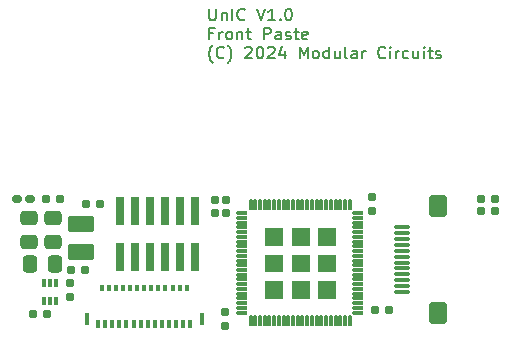
<source format=gbr>
%TF.GenerationSoftware,KiCad,Pcbnew,8.0.1-8.0.1-1~ubuntu22.04.1*%
%TF.CreationDate,2024-05-05T11:37:55-07:00*%
%TF.ProjectId,unic_gw1,756e6963-5f67-4773-912e-6b696361645f,1.0*%
%TF.SameCoordinates,Original*%
%TF.FileFunction,Paste,Top*%
%TF.FilePolarity,Positive*%
%FSLAX46Y46*%
G04 Gerber Fmt 4.6, Leading zero omitted, Abs format (unit mm)*
G04 Created by KiCad (PCBNEW 8.0.1-8.0.1-1~ubuntu22.04.1) date 2024-05-05 11:37:55*
%MOMM*%
%LPD*%
G01*
G04 APERTURE LIST*
G04 Aperture macros list*
%AMRoundRect*
0 Rectangle with rounded corners*
0 $1 Rounding radius*
0 $2 $3 $4 $5 $6 $7 $8 $9 X,Y pos of 4 corners*
0 Add a 4 corners polygon primitive as box body*
4,1,4,$2,$3,$4,$5,$6,$7,$8,$9,$2,$3,0*
0 Add four circle primitives for the rounded corners*
1,1,$1+$1,$2,$3*
1,1,$1+$1,$4,$5*
1,1,$1+$1,$6,$7*
1,1,$1+$1,$8,$9*
0 Add four rect primitives between the rounded corners*
20,1,$1+$1,$2,$3,$4,$5,0*
20,1,$1+$1,$4,$5,$6,$7,0*
20,1,$1+$1,$6,$7,$8,$9,0*
20,1,$1+$1,$8,$9,$2,$3,0*%
G04 Aperture macros list end*
%ADD10C,0.150000*%
%ADD11C,0.010000*%
%ADD12RoundRect,0.250000X0.337500X0.475000X-0.337500X0.475000X-0.337500X-0.475000X0.337500X-0.475000X0*%
%ADD13RoundRect,0.160000X-0.222500X-0.160000X0.222500X-0.160000X0.222500X0.160000X-0.222500X0.160000X0*%
%ADD14RoundRect,0.085000X-0.085000X0.265000X-0.085000X-0.265000X0.085000X-0.265000X0.085000X0.265000X0*%
%ADD15R,0.740000X2.400000*%
%ADD16RoundRect,0.160000X0.197500X0.160000X-0.197500X0.160000X-0.197500X-0.160000X0.197500X-0.160000X0*%
%ADD17RoundRect,0.250000X-0.475000X0.337500X-0.475000X-0.337500X0.475000X-0.337500X0.475000X0.337500X0*%
%ADD18RoundRect,0.250001X0.849999X-0.462499X0.849999X0.462499X-0.849999X0.462499X-0.849999X-0.462499X0*%
%ADD19RoundRect,0.155000X-0.155000X0.212500X-0.155000X-0.212500X0.155000X-0.212500X0.155000X0.212500X0*%
%ADD20RoundRect,0.155000X0.155000X-0.212500X0.155000X0.212500X-0.155000X0.212500X-0.155000X-0.212500X0*%
%ADD21RoundRect,0.155000X0.212500X0.155000X-0.212500X0.155000X-0.212500X-0.155000X0.212500X-0.155000X0*%
%ADD22RoundRect,0.006600X-0.103400X0.423400X-0.103400X-0.423400X0.103400X-0.423400X0.103400X0.423400X0*%
%ADD23RoundRect,0.006600X-0.423400X-0.103400X0.423400X-0.103400X0.423400X0.103400X-0.423400X0.103400X0*%
%ADD24RoundRect,0.160000X-0.197500X-0.160000X0.197500X-0.160000X0.197500X0.160000X-0.197500X0.160000X0*%
%ADD25R,0.355600X0.711200*%
%ADD26R,0.355600X0.558800*%
%ADD27R,0.406400X1.092200*%
%ADD28RoundRect,0.160000X0.160000X-0.197500X0.160000X0.197500X-0.160000X0.197500X-0.160000X-0.197500X0*%
%ADD29RoundRect,0.075000X0.575000X-0.075000X0.575000X0.075000X-0.575000X0.075000X-0.575000X-0.075000X0*%
%ADD30RoundRect,0.400000X0.400000X-0.550000X0.400000X0.550000X-0.400000X0.550000X-0.400000X-0.550000X0*%
%ADD31RoundRect,0.155000X-0.212500X-0.155000X0.212500X-0.155000X0.212500X0.155000X-0.212500X0.155000X0*%
G04 APERTURE END LIST*
D10*
X55609279Y-41319931D02*
X55609279Y-42129454D01*
X55609279Y-42129454D02*
X55656898Y-42224692D01*
X55656898Y-42224692D02*
X55704517Y-42272312D01*
X55704517Y-42272312D02*
X55799755Y-42319931D01*
X55799755Y-42319931D02*
X55990231Y-42319931D01*
X55990231Y-42319931D02*
X56085469Y-42272312D01*
X56085469Y-42272312D02*
X56133088Y-42224692D01*
X56133088Y-42224692D02*
X56180707Y-42129454D01*
X56180707Y-42129454D02*
X56180707Y-41319931D01*
X56656898Y-41653264D02*
X56656898Y-42319931D01*
X56656898Y-41748502D02*
X56704517Y-41700883D01*
X56704517Y-41700883D02*
X56799755Y-41653264D01*
X56799755Y-41653264D02*
X56942612Y-41653264D01*
X56942612Y-41653264D02*
X57037850Y-41700883D01*
X57037850Y-41700883D02*
X57085469Y-41796121D01*
X57085469Y-41796121D02*
X57085469Y-42319931D01*
X57561660Y-42319931D02*
X57561660Y-41319931D01*
X58609278Y-42224692D02*
X58561659Y-42272312D01*
X58561659Y-42272312D02*
X58418802Y-42319931D01*
X58418802Y-42319931D02*
X58323564Y-42319931D01*
X58323564Y-42319931D02*
X58180707Y-42272312D01*
X58180707Y-42272312D02*
X58085469Y-42177073D01*
X58085469Y-42177073D02*
X58037850Y-42081835D01*
X58037850Y-42081835D02*
X57990231Y-41891359D01*
X57990231Y-41891359D02*
X57990231Y-41748502D01*
X57990231Y-41748502D02*
X58037850Y-41558026D01*
X58037850Y-41558026D02*
X58085469Y-41462788D01*
X58085469Y-41462788D02*
X58180707Y-41367550D01*
X58180707Y-41367550D02*
X58323564Y-41319931D01*
X58323564Y-41319931D02*
X58418802Y-41319931D01*
X58418802Y-41319931D02*
X58561659Y-41367550D01*
X58561659Y-41367550D02*
X58609278Y-41415169D01*
X59656898Y-41319931D02*
X59990231Y-42319931D01*
X59990231Y-42319931D02*
X60323564Y-41319931D01*
X61180707Y-42319931D02*
X60609279Y-42319931D01*
X60894993Y-42319931D02*
X60894993Y-41319931D01*
X60894993Y-41319931D02*
X60799755Y-41462788D01*
X60799755Y-41462788D02*
X60704517Y-41558026D01*
X60704517Y-41558026D02*
X60609279Y-41605645D01*
X61609279Y-42224692D02*
X61656898Y-42272312D01*
X61656898Y-42272312D02*
X61609279Y-42319931D01*
X61609279Y-42319931D02*
X61561660Y-42272312D01*
X61561660Y-42272312D02*
X61609279Y-42224692D01*
X61609279Y-42224692D02*
X61609279Y-42319931D01*
X62275945Y-41319931D02*
X62371183Y-41319931D01*
X62371183Y-41319931D02*
X62466421Y-41367550D01*
X62466421Y-41367550D02*
X62514040Y-41415169D01*
X62514040Y-41415169D02*
X62561659Y-41510407D01*
X62561659Y-41510407D02*
X62609278Y-41700883D01*
X62609278Y-41700883D02*
X62609278Y-41938978D01*
X62609278Y-41938978D02*
X62561659Y-42129454D01*
X62561659Y-42129454D02*
X62514040Y-42224692D01*
X62514040Y-42224692D02*
X62466421Y-42272312D01*
X62466421Y-42272312D02*
X62371183Y-42319931D01*
X62371183Y-42319931D02*
X62275945Y-42319931D01*
X62275945Y-42319931D02*
X62180707Y-42272312D01*
X62180707Y-42272312D02*
X62133088Y-42224692D01*
X62133088Y-42224692D02*
X62085469Y-42129454D01*
X62085469Y-42129454D02*
X62037850Y-41938978D01*
X62037850Y-41938978D02*
X62037850Y-41700883D01*
X62037850Y-41700883D02*
X62085469Y-41510407D01*
X62085469Y-41510407D02*
X62133088Y-41415169D01*
X62133088Y-41415169D02*
X62180707Y-41367550D01*
X62180707Y-41367550D02*
X62275945Y-41319931D01*
X55942612Y-43406065D02*
X55609279Y-43406065D01*
X55609279Y-43929875D02*
X55609279Y-42929875D01*
X55609279Y-42929875D02*
X56085469Y-42929875D01*
X56466422Y-43929875D02*
X56466422Y-43263208D01*
X56466422Y-43453684D02*
X56514041Y-43358446D01*
X56514041Y-43358446D02*
X56561660Y-43310827D01*
X56561660Y-43310827D02*
X56656898Y-43263208D01*
X56656898Y-43263208D02*
X56752136Y-43263208D01*
X57228327Y-43929875D02*
X57133089Y-43882256D01*
X57133089Y-43882256D02*
X57085470Y-43834636D01*
X57085470Y-43834636D02*
X57037851Y-43739398D01*
X57037851Y-43739398D02*
X57037851Y-43453684D01*
X57037851Y-43453684D02*
X57085470Y-43358446D01*
X57085470Y-43358446D02*
X57133089Y-43310827D01*
X57133089Y-43310827D02*
X57228327Y-43263208D01*
X57228327Y-43263208D02*
X57371184Y-43263208D01*
X57371184Y-43263208D02*
X57466422Y-43310827D01*
X57466422Y-43310827D02*
X57514041Y-43358446D01*
X57514041Y-43358446D02*
X57561660Y-43453684D01*
X57561660Y-43453684D02*
X57561660Y-43739398D01*
X57561660Y-43739398D02*
X57514041Y-43834636D01*
X57514041Y-43834636D02*
X57466422Y-43882256D01*
X57466422Y-43882256D02*
X57371184Y-43929875D01*
X57371184Y-43929875D02*
X57228327Y-43929875D01*
X57990232Y-43263208D02*
X57990232Y-43929875D01*
X57990232Y-43358446D02*
X58037851Y-43310827D01*
X58037851Y-43310827D02*
X58133089Y-43263208D01*
X58133089Y-43263208D02*
X58275946Y-43263208D01*
X58275946Y-43263208D02*
X58371184Y-43310827D01*
X58371184Y-43310827D02*
X58418803Y-43406065D01*
X58418803Y-43406065D02*
X58418803Y-43929875D01*
X58752137Y-43263208D02*
X59133089Y-43263208D01*
X58894994Y-42929875D02*
X58894994Y-43787017D01*
X58894994Y-43787017D02*
X58942613Y-43882256D01*
X58942613Y-43882256D02*
X59037851Y-43929875D01*
X59037851Y-43929875D02*
X59133089Y-43929875D01*
X60228328Y-43929875D02*
X60228328Y-42929875D01*
X60228328Y-42929875D02*
X60609280Y-42929875D01*
X60609280Y-42929875D02*
X60704518Y-42977494D01*
X60704518Y-42977494D02*
X60752137Y-43025113D01*
X60752137Y-43025113D02*
X60799756Y-43120351D01*
X60799756Y-43120351D02*
X60799756Y-43263208D01*
X60799756Y-43263208D02*
X60752137Y-43358446D01*
X60752137Y-43358446D02*
X60704518Y-43406065D01*
X60704518Y-43406065D02*
X60609280Y-43453684D01*
X60609280Y-43453684D02*
X60228328Y-43453684D01*
X61656899Y-43929875D02*
X61656899Y-43406065D01*
X61656899Y-43406065D02*
X61609280Y-43310827D01*
X61609280Y-43310827D02*
X61514042Y-43263208D01*
X61514042Y-43263208D02*
X61323566Y-43263208D01*
X61323566Y-43263208D02*
X61228328Y-43310827D01*
X61656899Y-43882256D02*
X61561661Y-43929875D01*
X61561661Y-43929875D02*
X61323566Y-43929875D01*
X61323566Y-43929875D02*
X61228328Y-43882256D01*
X61228328Y-43882256D02*
X61180709Y-43787017D01*
X61180709Y-43787017D02*
X61180709Y-43691779D01*
X61180709Y-43691779D02*
X61228328Y-43596541D01*
X61228328Y-43596541D02*
X61323566Y-43548922D01*
X61323566Y-43548922D02*
X61561661Y-43548922D01*
X61561661Y-43548922D02*
X61656899Y-43501303D01*
X62085471Y-43882256D02*
X62180709Y-43929875D01*
X62180709Y-43929875D02*
X62371185Y-43929875D01*
X62371185Y-43929875D02*
X62466423Y-43882256D01*
X62466423Y-43882256D02*
X62514042Y-43787017D01*
X62514042Y-43787017D02*
X62514042Y-43739398D01*
X62514042Y-43739398D02*
X62466423Y-43644160D01*
X62466423Y-43644160D02*
X62371185Y-43596541D01*
X62371185Y-43596541D02*
X62228328Y-43596541D01*
X62228328Y-43596541D02*
X62133090Y-43548922D01*
X62133090Y-43548922D02*
X62085471Y-43453684D01*
X62085471Y-43453684D02*
X62085471Y-43406065D01*
X62085471Y-43406065D02*
X62133090Y-43310827D01*
X62133090Y-43310827D02*
X62228328Y-43263208D01*
X62228328Y-43263208D02*
X62371185Y-43263208D01*
X62371185Y-43263208D02*
X62466423Y-43310827D01*
X62799757Y-43263208D02*
X63180709Y-43263208D01*
X62942614Y-42929875D02*
X62942614Y-43787017D01*
X62942614Y-43787017D02*
X62990233Y-43882256D01*
X62990233Y-43882256D02*
X63085471Y-43929875D01*
X63085471Y-43929875D02*
X63180709Y-43929875D01*
X63894995Y-43882256D02*
X63799757Y-43929875D01*
X63799757Y-43929875D02*
X63609281Y-43929875D01*
X63609281Y-43929875D02*
X63514043Y-43882256D01*
X63514043Y-43882256D02*
X63466424Y-43787017D01*
X63466424Y-43787017D02*
X63466424Y-43406065D01*
X63466424Y-43406065D02*
X63514043Y-43310827D01*
X63514043Y-43310827D02*
X63609281Y-43263208D01*
X63609281Y-43263208D02*
X63799757Y-43263208D01*
X63799757Y-43263208D02*
X63894995Y-43310827D01*
X63894995Y-43310827D02*
X63942614Y-43406065D01*
X63942614Y-43406065D02*
X63942614Y-43501303D01*
X63942614Y-43501303D02*
X63466424Y-43596541D01*
X55894993Y-45920771D02*
X55847374Y-45873152D01*
X55847374Y-45873152D02*
X55752136Y-45730295D01*
X55752136Y-45730295D02*
X55704517Y-45635057D01*
X55704517Y-45635057D02*
X55656898Y-45492200D01*
X55656898Y-45492200D02*
X55609279Y-45254104D01*
X55609279Y-45254104D02*
X55609279Y-45063628D01*
X55609279Y-45063628D02*
X55656898Y-44825533D01*
X55656898Y-44825533D02*
X55704517Y-44682676D01*
X55704517Y-44682676D02*
X55752136Y-44587438D01*
X55752136Y-44587438D02*
X55847374Y-44444580D01*
X55847374Y-44444580D02*
X55894993Y-44396961D01*
X56847374Y-45444580D02*
X56799755Y-45492200D01*
X56799755Y-45492200D02*
X56656898Y-45539819D01*
X56656898Y-45539819D02*
X56561660Y-45539819D01*
X56561660Y-45539819D02*
X56418803Y-45492200D01*
X56418803Y-45492200D02*
X56323565Y-45396961D01*
X56323565Y-45396961D02*
X56275946Y-45301723D01*
X56275946Y-45301723D02*
X56228327Y-45111247D01*
X56228327Y-45111247D02*
X56228327Y-44968390D01*
X56228327Y-44968390D02*
X56275946Y-44777914D01*
X56275946Y-44777914D02*
X56323565Y-44682676D01*
X56323565Y-44682676D02*
X56418803Y-44587438D01*
X56418803Y-44587438D02*
X56561660Y-44539819D01*
X56561660Y-44539819D02*
X56656898Y-44539819D01*
X56656898Y-44539819D02*
X56799755Y-44587438D01*
X56799755Y-44587438D02*
X56847374Y-44635057D01*
X57180708Y-45920771D02*
X57228327Y-45873152D01*
X57228327Y-45873152D02*
X57323565Y-45730295D01*
X57323565Y-45730295D02*
X57371184Y-45635057D01*
X57371184Y-45635057D02*
X57418803Y-45492200D01*
X57418803Y-45492200D02*
X57466422Y-45254104D01*
X57466422Y-45254104D02*
X57466422Y-45063628D01*
X57466422Y-45063628D02*
X57418803Y-44825533D01*
X57418803Y-44825533D02*
X57371184Y-44682676D01*
X57371184Y-44682676D02*
X57323565Y-44587438D01*
X57323565Y-44587438D02*
X57228327Y-44444580D01*
X57228327Y-44444580D02*
X57180708Y-44396961D01*
X58656899Y-44635057D02*
X58704518Y-44587438D01*
X58704518Y-44587438D02*
X58799756Y-44539819D01*
X58799756Y-44539819D02*
X59037851Y-44539819D01*
X59037851Y-44539819D02*
X59133089Y-44587438D01*
X59133089Y-44587438D02*
X59180708Y-44635057D01*
X59180708Y-44635057D02*
X59228327Y-44730295D01*
X59228327Y-44730295D02*
X59228327Y-44825533D01*
X59228327Y-44825533D02*
X59180708Y-44968390D01*
X59180708Y-44968390D02*
X58609280Y-45539819D01*
X58609280Y-45539819D02*
X59228327Y-45539819D01*
X59847375Y-44539819D02*
X59942613Y-44539819D01*
X59942613Y-44539819D02*
X60037851Y-44587438D01*
X60037851Y-44587438D02*
X60085470Y-44635057D01*
X60085470Y-44635057D02*
X60133089Y-44730295D01*
X60133089Y-44730295D02*
X60180708Y-44920771D01*
X60180708Y-44920771D02*
X60180708Y-45158866D01*
X60180708Y-45158866D02*
X60133089Y-45349342D01*
X60133089Y-45349342D02*
X60085470Y-45444580D01*
X60085470Y-45444580D02*
X60037851Y-45492200D01*
X60037851Y-45492200D02*
X59942613Y-45539819D01*
X59942613Y-45539819D02*
X59847375Y-45539819D01*
X59847375Y-45539819D02*
X59752137Y-45492200D01*
X59752137Y-45492200D02*
X59704518Y-45444580D01*
X59704518Y-45444580D02*
X59656899Y-45349342D01*
X59656899Y-45349342D02*
X59609280Y-45158866D01*
X59609280Y-45158866D02*
X59609280Y-44920771D01*
X59609280Y-44920771D02*
X59656899Y-44730295D01*
X59656899Y-44730295D02*
X59704518Y-44635057D01*
X59704518Y-44635057D02*
X59752137Y-44587438D01*
X59752137Y-44587438D02*
X59847375Y-44539819D01*
X60561661Y-44635057D02*
X60609280Y-44587438D01*
X60609280Y-44587438D02*
X60704518Y-44539819D01*
X60704518Y-44539819D02*
X60942613Y-44539819D01*
X60942613Y-44539819D02*
X61037851Y-44587438D01*
X61037851Y-44587438D02*
X61085470Y-44635057D01*
X61085470Y-44635057D02*
X61133089Y-44730295D01*
X61133089Y-44730295D02*
X61133089Y-44825533D01*
X61133089Y-44825533D02*
X61085470Y-44968390D01*
X61085470Y-44968390D02*
X60514042Y-45539819D01*
X60514042Y-45539819D02*
X61133089Y-45539819D01*
X61990232Y-44873152D02*
X61990232Y-45539819D01*
X61752137Y-44492200D02*
X61514042Y-45206485D01*
X61514042Y-45206485D02*
X62133089Y-45206485D01*
X63275947Y-45539819D02*
X63275947Y-44539819D01*
X63275947Y-44539819D02*
X63609280Y-45254104D01*
X63609280Y-45254104D02*
X63942613Y-44539819D01*
X63942613Y-44539819D02*
X63942613Y-45539819D01*
X64561661Y-45539819D02*
X64466423Y-45492200D01*
X64466423Y-45492200D02*
X64418804Y-45444580D01*
X64418804Y-45444580D02*
X64371185Y-45349342D01*
X64371185Y-45349342D02*
X64371185Y-45063628D01*
X64371185Y-45063628D02*
X64418804Y-44968390D01*
X64418804Y-44968390D02*
X64466423Y-44920771D01*
X64466423Y-44920771D02*
X64561661Y-44873152D01*
X64561661Y-44873152D02*
X64704518Y-44873152D01*
X64704518Y-44873152D02*
X64799756Y-44920771D01*
X64799756Y-44920771D02*
X64847375Y-44968390D01*
X64847375Y-44968390D02*
X64894994Y-45063628D01*
X64894994Y-45063628D02*
X64894994Y-45349342D01*
X64894994Y-45349342D02*
X64847375Y-45444580D01*
X64847375Y-45444580D02*
X64799756Y-45492200D01*
X64799756Y-45492200D02*
X64704518Y-45539819D01*
X64704518Y-45539819D02*
X64561661Y-45539819D01*
X65752137Y-45539819D02*
X65752137Y-44539819D01*
X65752137Y-45492200D02*
X65656899Y-45539819D01*
X65656899Y-45539819D02*
X65466423Y-45539819D01*
X65466423Y-45539819D02*
X65371185Y-45492200D01*
X65371185Y-45492200D02*
X65323566Y-45444580D01*
X65323566Y-45444580D02*
X65275947Y-45349342D01*
X65275947Y-45349342D02*
X65275947Y-45063628D01*
X65275947Y-45063628D02*
X65323566Y-44968390D01*
X65323566Y-44968390D02*
X65371185Y-44920771D01*
X65371185Y-44920771D02*
X65466423Y-44873152D01*
X65466423Y-44873152D02*
X65656899Y-44873152D01*
X65656899Y-44873152D02*
X65752137Y-44920771D01*
X66656899Y-44873152D02*
X66656899Y-45539819D01*
X66228328Y-44873152D02*
X66228328Y-45396961D01*
X66228328Y-45396961D02*
X66275947Y-45492200D01*
X66275947Y-45492200D02*
X66371185Y-45539819D01*
X66371185Y-45539819D02*
X66514042Y-45539819D01*
X66514042Y-45539819D02*
X66609280Y-45492200D01*
X66609280Y-45492200D02*
X66656899Y-45444580D01*
X67275947Y-45539819D02*
X67180709Y-45492200D01*
X67180709Y-45492200D02*
X67133090Y-45396961D01*
X67133090Y-45396961D02*
X67133090Y-44539819D01*
X68085471Y-45539819D02*
X68085471Y-45016009D01*
X68085471Y-45016009D02*
X68037852Y-44920771D01*
X68037852Y-44920771D02*
X67942614Y-44873152D01*
X67942614Y-44873152D02*
X67752138Y-44873152D01*
X67752138Y-44873152D02*
X67656900Y-44920771D01*
X68085471Y-45492200D02*
X67990233Y-45539819D01*
X67990233Y-45539819D02*
X67752138Y-45539819D01*
X67752138Y-45539819D02*
X67656900Y-45492200D01*
X67656900Y-45492200D02*
X67609281Y-45396961D01*
X67609281Y-45396961D02*
X67609281Y-45301723D01*
X67609281Y-45301723D02*
X67656900Y-45206485D01*
X67656900Y-45206485D02*
X67752138Y-45158866D01*
X67752138Y-45158866D02*
X67990233Y-45158866D01*
X67990233Y-45158866D02*
X68085471Y-45111247D01*
X68561662Y-45539819D02*
X68561662Y-44873152D01*
X68561662Y-45063628D02*
X68609281Y-44968390D01*
X68609281Y-44968390D02*
X68656900Y-44920771D01*
X68656900Y-44920771D02*
X68752138Y-44873152D01*
X68752138Y-44873152D02*
X68847376Y-44873152D01*
X70514043Y-45444580D02*
X70466424Y-45492200D01*
X70466424Y-45492200D02*
X70323567Y-45539819D01*
X70323567Y-45539819D02*
X70228329Y-45539819D01*
X70228329Y-45539819D02*
X70085472Y-45492200D01*
X70085472Y-45492200D02*
X69990234Y-45396961D01*
X69990234Y-45396961D02*
X69942615Y-45301723D01*
X69942615Y-45301723D02*
X69894996Y-45111247D01*
X69894996Y-45111247D02*
X69894996Y-44968390D01*
X69894996Y-44968390D02*
X69942615Y-44777914D01*
X69942615Y-44777914D02*
X69990234Y-44682676D01*
X69990234Y-44682676D02*
X70085472Y-44587438D01*
X70085472Y-44587438D02*
X70228329Y-44539819D01*
X70228329Y-44539819D02*
X70323567Y-44539819D01*
X70323567Y-44539819D02*
X70466424Y-44587438D01*
X70466424Y-44587438D02*
X70514043Y-44635057D01*
X70942615Y-45539819D02*
X70942615Y-44873152D01*
X70942615Y-44539819D02*
X70894996Y-44587438D01*
X70894996Y-44587438D02*
X70942615Y-44635057D01*
X70942615Y-44635057D02*
X70990234Y-44587438D01*
X70990234Y-44587438D02*
X70942615Y-44539819D01*
X70942615Y-44539819D02*
X70942615Y-44635057D01*
X71418805Y-45539819D02*
X71418805Y-44873152D01*
X71418805Y-45063628D02*
X71466424Y-44968390D01*
X71466424Y-44968390D02*
X71514043Y-44920771D01*
X71514043Y-44920771D02*
X71609281Y-44873152D01*
X71609281Y-44873152D02*
X71704519Y-44873152D01*
X72466424Y-45492200D02*
X72371186Y-45539819D01*
X72371186Y-45539819D02*
X72180710Y-45539819D01*
X72180710Y-45539819D02*
X72085472Y-45492200D01*
X72085472Y-45492200D02*
X72037853Y-45444580D01*
X72037853Y-45444580D02*
X71990234Y-45349342D01*
X71990234Y-45349342D02*
X71990234Y-45063628D01*
X71990234Y-45063628D02*
X72037853Y-44968390D01*
X72037853Y-44968390D02*
X72085472Y-44920771D01*
X72085472Y-44920771D02*
X72180710Y-44873152D01*
X72180710Y-44873152D02*
X72371186Y-44873152D01*
X72371186Y-44873152D02*
X72466424Y-44920771D01*
X73323567Y-44873152D02*
X73323567Y-45539819D01*
X72894996Y-44873152D02*
X72894996Y-45396961D01*
X72894996Y-45396961D02*
X72942615Y-45492200D01*
X72942615Y-45492200D02*
X73037853Y-45539819D01*
X73037853Y-45539819D02*
X73180710Y-45539819D01*
X73180710Y-45539819D02*
X73275948Y-45492200D01*
X73275948Y-45492200D02*
X73323567Y-45444580D01*
X73799758Y-45539819D02*
X73799758Y-44873152D01*
X73799758Y-44539819D02*
X73752139Y-44587438D01*
X73752139Y-44587438D02*
X73799758Y-44635057D01*
X73799758Y-44635057D02*
X73847377Y-44587438D01*
X73847377Y-44587438D02*
X73799758Y-44539819D01*
X73799758Y-44539819D02*
X73799758Y-44635057D01*
X74133091Y-44873152D02*
X74514043Y-44873152D01*
X74275948Y-44539819D02*
X74275948Y-45396961D01*
X74275948Y-45396961D02*
X74323567Y-45492200D01*
X74323567Y-45492200D02*
X74418805Y-45539819D01*
X74418805Y-45539819D02*
X74514043Y-45539819D01*
X74799758Y-45492200D02*
X74894996Y-45539819D01*
X74894996Y-45539819D02*
X75085472Y-45539819D01*
X75085472Y-45539819D02*
X75180710Y-45492200D01*
X75180710Y-45492200D02*
X75228329Y-45396961D01*
X75228329Y-45396961D02*
X75228329Y-45349342D01*
X75228329Y-45349342D02*
X75180710Y-45254104D01*
X75180710Y-45254104D02*
X75085472Y-45206485D01*
X75085472Y-45206485D02*
X74942615Y-45206485D01*
X74942615Y-45206485D02*
X74847377Y-45158866D01*
X74847377Y-45158866D02*
X74799758Y-45063628D01*
X74799758Y-45063628D02*
X74799758Y-45016009D01*
X74799758Y-45016009D02*
X74847377Y-44920771D01*
X74847377Y-44920771D02*
X74942615Y-44873152D01*
X74942615Y-44873152D02*
X75085472Y-44873152D01*
X75085472Y-44873152D02*
X75180710Y-44920771D01*
D11*
%TO.C,U1*%
X61762500Y-61310500D02*
X60342500Y-61310500D01*
X60342500Y-59890500D01*
X61762500Y-59890500D01*
X61762500Y-61310500D01*
G36*
X61762500Y-61310500D02*
G01*
X60342500Y-61310500D01*
X60342500Y-59890500D01*
X61762500Y-59890500D01*
X61762500Y-61310500D01*
G37*
X61762500Y-63560500D02*
X60342500Y-63560500D01*
X60342500Y-62140500D01*
X61762500Y-62140500D01*
X61762500Y-63560500D01*
G36*
X61762500Y-63560500D02*
G01*
X60342500Y-63560500D01*
X60342500Y-62140500D01*
X61762500Y-62140500D01*
X61762500Y-63560500D01*
G37*
X61762500Y-65810500D02*
X60342500Y-65810500D01*
X60342500Y-64390500D01*
X61762500Y-64390500D01*
X61762500Y-65810500D01*
G36*
X61762500Y-65810500D02*
G01*
X60342500Y-65810500D01*
X60342500Y-64390500D01*
X61762500Y-64390500D01*
X61762500Y-65810500D01*
G37*
X64012500Y-61310500D02*
X62592500Y-61310500D01*
X62592500Y-59890500D01*
X64012500Y-59890500D01*
X64012500Y-61310500D01*
G36*
X64012500Y-61310500D02*
G01*
X62592500Y-61310500D01*
X62592500Y-59890500D01*
X64012500Y-59890500D01*
X64012500Y-61310500D01*
G37*
X64012500Y-63560500D02*
X62592500Y-63560500D01*
X62592500Y-62140500D01*
X64012500Y-62140500D01*
X64012500Y-63560500D01*
G36*
X64012500Y-63560500D02*
G01*
X62592500Y-63560500D01*
X62592500Y-62140500D01*
X64012500Y-62140500D01*
X64012500Y-63560500D01*
G37*
X64012500Y-65810500D02*
X62592500Y-65810500D01*
X62592500Y-64390500D01*
X64012500Y-64390500D01*
X64012500Y-65810500D01*
G36*
X64012500Y-65810500D02*
G01*
X62592500Y-65810500D01*
X62592500Y-64390500D01*
X64012500Y-64390500D01*
X64012500Y-65810500D01*
G37*
X66262500Y-61310500D02*
X64842500Y-61310500D01*
X64842500Y-59890500D01*
X66262500Y-59890500D01*
X66262500Y-61310500D01*
G36*
X66262500Y-61310500D02*
G01*
X64842500Y-61310500D01*
X64842500Y-59890500D01*
X66262500Y-59890500D01*
X66262500Y-61310500D01*
G37*
X66262500Y-63560500D02*
X64842500Y-63560500D01*
X64842500Y-62140500D01*
X66262500Y-62140500D01*
X66262500Y-63560500D01*
G36*
X66262500Y-63560500D02*
G01*
X64842500Y-63560500D01*
X64842500Y-62140500D01*
X66262500Y-62140500D01*
X66262500Y-63560500D01*
G37*
X66262500Y-65810500D02*
X64842500Y-65810500D01*
X64842500Y-64390500D01*
X66262500Y-64390500D01*
X66262500Y-65810500D01*
G36*
X66262500Y-65810500D02*
G01*
X64842500Y-65810500D01*
X64842500Y-64390500D01*
X66262500Y-64390500D01*
X66262500Y-65810500D01*
G37*
%TD*%
D12*
%TO.C,C5*%
X42515000Y-62950000D03*
X40440000Y-62950000D03*
%TD*%
D13*
%TO.C,LED_DONE1*%
X39305000Y-57450000D03*
X40450000Y-57450000D03*
%TD*%
D14*
%TO.C,U6*%
X42628500Y-64550000D03*
X42128500Y-64550000D03*
X41628500Y-64550000D03*
X41628500Y-66050000D03*
X42128500Y-66050000D03*
X42628500Y-66050000D03*
%TD*%
D15*
%TO.C,J_JTAG1*%
X54422500Y-58420000D03*
X54422500Y-62320000D03*
X53152500Y-58420000D03*
X53152500Y-62320000D03*
X51882500Y-58420000D03*
X51882500Y-62320000D03*
X50612500Y-58420000D03*
X50612500Y-62320000D03*
X49342500Y-58420000D03*
X49342500Y-62320000D03*
X48072500Y-58420000D03*
X48072500Y-62320000D03*
%TD*%
D16*
%TO.C,R16*%
X45180000Y-57850000D03*
X46375000Y-57850000D03*
%TD*%
D17*
%TO.C,C7*%
X40377500Y-59012500D03*
X40377500Y-61087500D03*
%TD*%
D16*
%TO.C,R2*%
X78580000Y-57450000D03*
X79775000Y-57450000D03*
%TD*%
D18*
%TO.C,L1*%
X44777500Y-61912500D03*
X44777500Y-59587500D03*
%TD*%
D19*
%TO.C,C11*%
X56967500Y-68157500D03*
X56967500Y-67022500D03*
%TD*%
D20*
%TO.C,C20*%
X57067500Y-57482500D03*
X57067500Y-58617500D03*
%TD*%
D21*
%TO.C,C15*%
X69680000Y-66820000D03*
X70815000Y-66820000D03*
%TD*%
D20*
%TO.C,C23*%
X69427500Y-57282500D03*
X69427500Y-58417500D03*
%TD*%
D22*
%TO.C,U1*%
X67502500Y-57915500D03*
X67102500Y-57915500D03*
X66702500Y-57915500D03*
X66302500Y-57915500D03*
X65902500Y-57915500D03*
X65502500Y-57915500D03*
X65102500Y-57915500D03*
X64702500Y-57915500D03*
X64302500Y-57915500D03*
X63902500Y-57915500D03*
X63502500Y-57915500D03*
X63102500Y-57915500D03*
X62702500Y-57915500D03*
X62302500Y-57915500D03*
X61902500Y-57915500D03*
X61502500Y-57915500D03*
X61102500Y-57915500D03*
X60702500Y-57915500D03*
X60302500Y-57915500D03*
X59902500Y-57915500D03*
X59502500Y-57915500D03*
X59102500Y-57915500D03*
D23*
X58367500Y-58650500D03*
X58367500Y-59050500D03*
X58367500Y-59450500D03*
X58367500Y-59850500D03*
X58367500Y-60250500D03*
X58367500Y-60650500D03*
X58367500Y-61050500D03*
X58367500Y-61450500D03*
X58367500Y-61850500D03*
X58367500Y-62250500D03*
X58367500Y-62650500D03*
X58367500Y-63050500D03*
X58367500Y-63450500D03*
X58367500Y-63850500D03*
X58367500Y-64250500D03*
X58367500Y-64650500D03*
X58367500Y-65050500D03*
X58367500Y-65450500D03*
X58367500Y-65850500D03*
X58367500Y-66250500D03*
X58367500Y-66650500D03*
X58367500Y-67050500D03*
D22*
X59102500Y-67785500D03*
X59502500Y-67785500D03*
X59902500Y-67785500D03*
X60302500Y-67785500D03*
X60702500Y-67785500D03*
X61102500Y-67785500D03*
X61502500Y-67785500D03*
X61902500Y-67785500D03*
X62302500Y-67785500D03*
X62702500Y-67785500D03*
X63102500Y-67785500D03*
X63502500Y-67785500D03*
X63902500Y-67785500D03*
X64302500Y-67785500D03*
X64702500Y-67785500D03*
X65102500Y-67785500D03*
X65502500Y-67785500D03*
X65902500Y-67785500D03*
X66302500Y-67785500D03*
X66702500Y-67785500D03*
X67102500Y-67785500D03*
X67502500Y-67785500D03*
D23*
X68237500Y-67050500D03*
X68237500Y-66650500D03*
X68237500Y-66250500D03*
X68237500Y-65850500D03*
X68237500Y-65450500D03*
X68237500Y-65050500D03*
X68237500Y-64650500D03*
X68237500Y-64250500D03*
X68237500Y-63850500D03*
X68237500Y-63450500D03*
X68237500Y-63050500D03*
X68237500Y-62650500D03*
X68237500Y-62250500D03*
X68237500Y-61850500D03*
X68237500Y-61450500D03*
X68237500Y-61050500D03*
X68237500Y-60650500D03*
X68237500Y-60250500D03*
X68237500Y-59850500D03*
X68237500Y-59450500D03*
X68237500Y-59050500D03*
X68237500Y-58650500D03*
%TD*%
D24*
%TO.C,R3*%
X79775000Y-58450000D03*
X78580000Y-58450000D03*
%TD*%
%TO.C,R1*%
X42975000Y-57450000D03*
X41780000Y-57450000D03*
%TD*%
D17*
%TO.C,C8*%
X42377500Y-59012500D03*
X42377500Y-61087500D03*
%TD*%
D25*
%TO.C,J_EXT1*%
X46197500Y-67982389D03*
D26*
X46497500Y-64967379D03*
D25*
X46797499Y-67982389D03*
D26*
X47097501Y-64967379D03*
D25*
X47397500Y-67982389D03*
D26*
X47697500Y-64967379D03*
D25*
X47997499Y-67982389D03*
D26*
X48297501Y-64967379D03*
D25*
X48597500Y-67982389D03*
D26*
X48897500Y-64967379D03*
D25*
X49197499Y-67982389D03*
D26*
X49497501Y-64967379D03*
D25*
X49797501Y-67982389D03*
D26*
X50097500Y-64967379D03*
D25*
X50397499Y-67982389D03*
D26*
X50697501Y-64967379D03*
D25*
X50997501Y-67982389D03*
D26*
X51297500Y-64967379D03*
D25*
X51597500Y-67982389D03*
D26*
X51897501Y-64967379D03*
D25*
X52197501Y-67982389D03*
D26*
X52497500Y-64967379D03*
D25*
X52797500Y-67982389D03*
D26*
X53097502Y-64967379D03*
D25*
X53397501Y-67982389D03*
D26*
X53697500Y-64967379D03*
D25*
X53997500Y-67982389D03*
D27*
X45222498Y-67615700D03*
X54972502Y-67615700D03*
%TD*%
D24*
%TO.C,R4*%
X45075000Y-63450000D03*
X43880000Y-63450000D03*
%TD*%
D28*
%TO.C,R5*%
X43777500Y-64552500D03*
X43777500Y-65747500D03*
%TD*%
D29*
%TO.C,J_DISPLAY1*%
X71938500Y-65323000D03*
X71938500Y-64823000D03*
X71938500Y-64323000D03*
X71938500Y-63823000D03*
X71938500Y-63323000D03*
X71938500Y-62823000D03*
X71938500Y-62323000D03*
X71938500Y-61823000D03*
X71938500Y-61323000D03*
X71938500Y-60823000D03*
X71932214Y-60327280D03*
X71938500Y-59823000D03*
D30*
X74988500Y-67073000D03*
X74988500Y-58073000D03*
%TD*%
D20*
%TO.C,C4*%
X56117500Y-57482500D03*
X56117500Y-58617500D03*
%TD*%
D31*
%TO.C,C6*%
X41845000Y-67150000D03*
X40710000Y-67150000D03*
%TD*%
M02*

</source>
